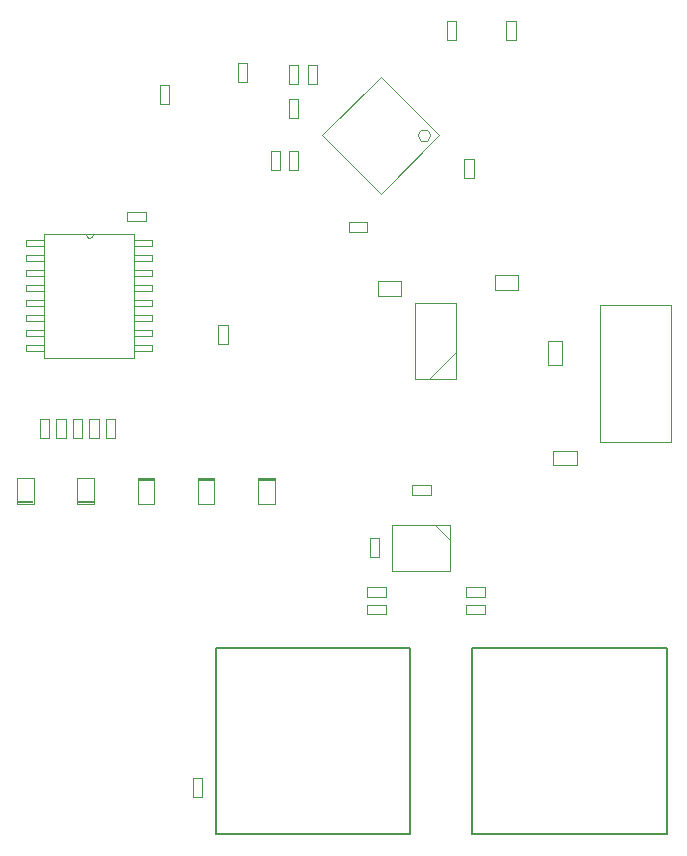
<source format=gbr>
G04*
G04 #@! TF.GenerationSoftware,Altium Limited,Altium Designer,22.4.2 (48)*
G04*
G04 Layer_Color=16711935*
%FSLAX25Y25*%
%MOIN*%
G70*
G04*
G04 #@! TF.SameCoordinates,486E1BA3-CE48-4A1D-B67F-52F2D9AC8645*
G04*
G04*
G04 #@! TF.FilePolarity,Positive*
G04*
G01*
G75*
%ADD12C,0.00394*%
%ADD16C,0.00787*%
%ADD86C,0.00000*%
%ADD87C,0.00100*%
%ADD88R,0.05512X0.01139*%
D12*
X246945Y333500D02*
X246681Y334484D01*
X245960Y335205D01*
X244976Y335469D01*
X243992Y335205D01*
X243271Y334484D01*
X243008Y333500D01*
X243271Y332516D01*
X243992Y331795D01*
X244976Y331532D01*
X245960Y331795D01*
X246681Y332516D01*
X246945Y333500D01*
X268563Y282138D02*
Y286862D01*
X276437Y282138D02*
Y286862D01*
X268563D02*
X276437D01*
X268563Y282138D02*
X276437D01*
X229516Y280138D02*
Y284862D01*
X237390Y280138D02*
Y284862D01*
X229516D02*
X237390D01*
X229516Y280138D02*
X237390D01*
X286138Y257063D02*
X290862D01*
X286138Y264937D02*
X290862D01*
X286138Y257063D02*
Y264937D01*
X290862Y257063D02*
Y264937D01*
X288063Y223638D02*
Y228362D01*
X295937Y223638D02*
Y228362D01*
X288063D02*
X295937D01*
X288063Y223638D02*
X295937D01*
X253646Y188323D02*
Y203677D01*
X234354Y188323D02*
X253646D01*
X234354D02*
Y203677D01*
X253646D01*
X248646D02*
X253646Y198677D01*
X246549Y252205D02*
X255604Y261260D01*
Y252205D02*
Y277795D01*
X241825D02*
X255604D01*
X241825Y252205D02*
Y277795D01*
Y252205D02*
X255604D01*
X303569Y231165D02*
X327191D01*
Y276835D01*
X303569D02*
X327191D01*
X303569Y231165D02*
Y276835D01*
X211013Y333500D02*
X230500Y352987D01*
Y314013D02*
X249987Y333500D01*
X211013D02*
X230500Y314013D01*
Y352987D02*
X249987Y333500D01*
X138850Y232622D02*
X142000D01*
X138850Y238921D02*
X142000D01*
X138850Y232622D02*
Y238921D01*
X142000Y232622D02*
Y238921D01*
X133350Y232622D02*
X136500D01*
X133350Y238921D02*
X136500D01*
X133350Y232622D02*
Y238921D01*
X136500Y232622D02*
Y238921D01*
X127850Y232622D02*
X131000D01*
X127850Y238921D02*
X131000D01*
X127850Y232622D02*
Y238921D01*
X131000Y232622D02*
Y238921D01*
X199925Y321925D02*
X203075D01*
X199925Y328224D02*
X203075D01*
X199925Y321925D02*
Y328224D01*
X203075Y321925D02*
Y328224D01*
X193925Y321925D02*
X197075D01*
X193925Y328224D02*
X197075D01*
X193925Y321925D02*
Y328224D01*
X197075Y321925D02*
Y328224D01*
X122350Y232622D02*
X125500D01*
X122350Y238921D02*
X125500D01*
X122350Y232622D02*
Y238921D01*
X125500Y232622D02*
Y238921D01*
X116850Y232622D02*
X120000D01*
X116850Y238921D02*
X120000D01*
X116850Y232622D02*
Y238921D01*
X120000Y232622D02*
Y238921D01*
X258850Y179675D02*
Y182825D01*
X265150Y179675D02*
Y182825D01*
X258850Y179675D02*
X265150D01*
X258850Y182825D02*
X265150D01*
X258850Y173925D02*
Y177075D01*
X265150Y173925D02*
Y177075D01*
X258850Y173925D02*
X265150D01*
X258850Y177075D02*
X265150D01*
X232173Y173925D02*
Y177075D01*
X225874Y173925D02*
Y177075D01*
X232173D01*
X225874Y173925D02*
X232173D01*
X232150Y179675D02*
Y182825D01*
X225850Y179675D02*
Y182825D01*
X232150D01*
X225850Y179675D02*
X232150D01*
X167925Y112850D02*
X171075D01*
X167925Y119150D02*
X171075D01*
Y112850D02*
Y119150D01*
X167925Y112850D02*
Y119150D01*
X189709Y210759D02*
Y219223D01*
X195221Y210759D02*
Y219223D01*
X189709Y210759D02*
X195221D01*
X189709Y219223D02*
X195221D01*
X169584Y210759D02*
Y219223D01*
X175096Y210759D02*
Y219223D01*
X169584Y210759D02*
X175096D01*
X169584Y219223D02*
X175096D01*
X149459Y210759D02*
Y219223D01*
X154971Y210759D02*
Y219223D01*
X149459Y210759D02*
X154971D01*
X149459Y219223D02*
X154971D01*
X134916Y210776D02*
Y219241D01*
X129404Y210776D02*
Y219241D01*
X134916D01*
X129404Y210776D02*
X134916D01*
X114791D02*
Y219241D01*
X109279Y210776D02*
Y219241D01*
X114791D01*
X109279Y210776D02*
X114791D01*
X145850Y304925D02*
X152150D01*
X145850Y308075D02*
X152150D01*
Y304925D02*
Y308075D01*
X145850Y304925D02*
Y308075D01*
X176425Y263850D02*
Y270150D01*
X179575Y263850D02*
Y270150D01*
X176425Y263850D02*
X179575D01*
X176425Y270150D02*
X179575D01*
X226925Y192850D02*
Y199150D01*
X230075Y192850D02*
Y199150D01*
X226925Y192850D02*
X230075D01*
X226925Y199150D02*
X230075D01*
X240850Y216846D02*
X247150D01*
X240850Y213697D02*
X247150D01*
X240850D02*
Y216846D01*
X247150Y213697D02*
Y216846D01*
X252484Y365350D02*
Y371650D01*
X255634Y365350D02*
Y371650D01*
X252484Y365350D02*
X255634D01*
X252484Y371650D02*
X255634D01*
X272366Y365350D02*
Y371650D01*
X275516Y365350D02*
Y371650D01*
X272366Y365350D02*
X275516D01*
X272366Y371650D02*
X275516D01*
X199925Y339303D02*
Y345602D01*
X203075Y339303D02*
Y345602D01*
X199925Y339303D02*
X203075D01*
X199925Y345602D02*
X203075D01*
X219803Y301425D02*
X226102D01*
X219803Y304575D02*
X226102D01*
Y301425D02*
Y304575D01*
X219803Y301425D02*
Y304575D01*
X261575Y319398D02*
Y325697D01*
X258425Y319398D02*
Y325697D01*
X261575D01*
X258425Y319398D02*
X261575D01*
X199925Y350803D02*
Y357102D01*
X203075Y350803D02*
Y357102D01*
X199925Y350803D02*
X203075D01*
X199925Y357102D02*
X203075D01*
X206175Y350803D02*
Y357102D01*
X209325Y350803D02*
Y357102D01*
X206175Y350803D02*
X209325D01*
X206175Y357102D02*
X209325D01*
X156925Y343850D02*
Y350150D01*
X160075Y343850D02*
Y350150D01*
X156925Y343850D02*
X160075D01*
X156925Y350150D02*
X160075D01*
X182925Y351350D02*
Y357650D01*
X186075Y351350D02*
Y357650D01*
X182925Y351350D02*
X186075D01*
X182925Y357650D02*
X186075D01*
D16*
X260965Y100504D02*
Y162512D01*
X325925D01*
Y100504D02*
Y162512D01*
X260965Y100504D02*
X325925D01*
X175465D02*
X240425D01*
Y162512D01*
X175465D02*
X240425D01*
X175465Y100504D02*
Y162512D01*
D86*
X132161Y300650D02*
X132512Y299801D01*
X133361Y299450D01*
X134210Y299801D01*
X134561Y300650D01*
D87*
X118411Y259350D02*
Y300650D01*
X148311D01*
Y259350D02*
Y300650D01*
X118411Y259350D02*
X148311D01*
Y298500D02*
X154311D01*
Y296500D02*
Y298500D01*
X148311Y296500D02*
X154311D01*
X148311D02*
Y298500D01*
Y293500D02*
X154311D01*
Y291500D02*
Y293500D01*
X148311Y291500D02*
X154311D01*
X148311D02*
Y293500D01*
Y288500D02*
X154311D01*
Y286500D02*
Y288500D01*
X148311Y286500D02*
X154311D01*
X148311D02*
Y288500D01*
Y283500D02*
X154311D01*
Y281500D02*
Y283500D01*
X148311Y281500D02*
X154311D01*
X148311D02*
Y283500D01*
Y278500D02*
X154311D01*
Y276500D02*
Y278500D01*
X148311Y276500D02*
X154311D01*
X148311D02*
Y278500D01*
Y273500D02*
X154311D01*
Y271500D02*
Y273500D01*
X148311Y271500D02*
X154311D01*
X148311D02*
Y273500D01*
Y268500D02*
X154311D01*
Y266500D02*
Y268500D01*
X148311Y266500D02*
X154311D01*
X148311D02*
Y268500D01*
Y263500D02*
X154311D01*
Y261500D02*
Y263500D01*
X148311Y261500D02*
X154311D01*
X148311D02*
Y263500D01*
X112411Y261500D02*
X118411D01*
X112411D02*
Y263500D01*
X118411D01*
Y261500D02*
Y263500D01*
X112411Y266500D02*
X118411D01*
X112411D02*
Y268500D01*
X118411D01*
Y266500D02*
Y268500D01*
X112411Y271500D02*
X118411D01*
X112411D02*
Y273500D01*
X118411D01*
Y271500D02*
Y273500D01*
X112411Y276500D02*
X118411D01*
X112411D02*
Y278500D01*
X118411D01*
Y276500D02*
Y278500D01*
X112411Y281500D02*
X118411D01*
X112411D02*
Y283500D01*
X118411D01*
Y281500D02*
Y283500D01*
X112411Y286500D02*
X118411D01*
X112411D02*
Y288500D01*
X118411D01*
Y286500D02*
Y288500D01*
X112411Y291500D02*
X118411D01*
X112411D02*
Y293500D01*
X118411D01*
Y291500D02*
Y293500D01*
X112411Y296500D02*
X118411D01*
X112411D02*
Y298500D01*
X118411D01*
Y296500D02*
Y298500D01*
D88*
X192465Y218654D02*
D03*
X172340D02*
D03*
X152215D02*
D03*
X132160Y211346D02*
D03*
X112035D02*
D03*
M02*

</source>
